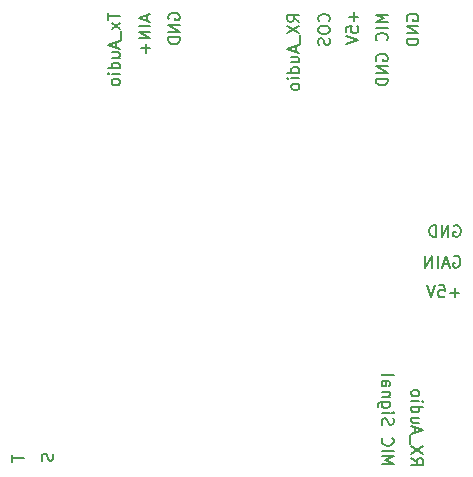
<source format=gbo>
%TF.GenerationSoftware,KiCad,Pcbnew,(6.0.1)*%
%TF.CreationDate,2023-06-09T19:02:12+03:00*%
%TF.ProjectId,Radioless Allstar Node,52616469-6f6c-4657-9373-20416c6c7374,rev?*%
%TF.SameCoordinates,PX5f5e100PY5f5e100*%
%TF.FileFunction,Legend,Bot*%
%TF.FilePolarity,Positive*%
%FSLAX46Y46*%
G04 Gerber Fmt 4.6, Leading zero omitted, Abs format (unit mm)*
G04 Created by KiCad (PCBNEW (6.0.1)) date 2023-06-09 19:02:12*
%MOMM*%
%LPD*%
G01*
G04 APERTURE LIST*
%ADD10C,0.150000*%
G04 APERTURE END LIST*
D10*
X20566666Y43919048D02*
X20566666Y43442858D01*
X20852380Y44014286D02*
X19852380Y43680953D01*
X20852380Y43347620D01*
X20852380Y43014286D02*
X19852380Y43014286D01*
X20852380Y42538096D02*
X19852380Y42538096D01*
X20852380Y41966667D01*
X19852380Y41966667D01*
X20471428Y41490477D02*
X20471428Y40728572D01*
X20852380Y41109524D02*
X20090476Y41109524D01*
X33452380Y43371429D02*
X32976190Y43704762D01*
X33452380Y43942858D02*
X32452380Y43942858D01*
X32452380Y43561905D01*
X32500000Y43466667D01*
X32547619Y43419048D01*
X32642857Y43371429D01*
X32785714Y43371429D01*
X32880952Y43419048D01*
X32928571Y43466667D01*
X32976190Y43561905D01*
X32976190Y43942858D01*
X32452380Y43038096D02*
X33452380Y42371429D01*
X32452380Y42371429D02*
X33452380Y43038096D01*
X33547619Y42228572D02*
X33547619Y41466667D01*
X33166666Y41276191D02*
X33166666Y40800000D01*
X33452380Y41371429D02*
X32452380Y41038096D01*
X33452380Y40704762D01*
X32785714Y39942858D02*
X33452380Y39942858D01*
X32785714Y40371429D02*
X33309523Y40371429D01*
X33404761Y40323810D01*
X33452380Y40228572D01*
X33452380Y40085715D01*
X33404761Y39990477D01*
X33357142Y39942858D01*
X33452380Y39038096D02*
X32452380Y39038096D01*
X33404761Y39038096D02*
X33452380Y39133334D01*
X33452380Y39323810D01*
X33404761Y39419048D01*
X33357142Y39466667D01*
X33261904Y39514286D01*
X32976190Y39514286D01*
X32880952Y39466667D01*
X32833333Y39419048D01*
X32785714Y39323810D01*
X32785714Y39133334D01*
X32833333Y39038096D01*
X33452380Y38561905D02*
X32785714Y38561905D01*
X32452380Y38561905D02*
X32500000Y38609524D01*
X32547619Y38561905D01*
X32500000Y38514286D01*
X32452380Y38561905D01*
X32547619Y38561905D01*
X33452380Y37942858D02*
X33404761Y38038096D01*
X33357142Y38085715D01*
X33261904Y38133334D01*
X32976190Y38133334D01*
X32880952Y38085715D01*
X32833333Y38038096D01*
X32785714Y37942858D01*
X32785714Y37800000D01*
X32833333Y37704762D01*
X32880952Y37657143D01*
X32976190Y37609524D01*
X33261904Y37609524D01*
X33357142Y37657143D01*
X33404761Y37704762D01*
X33452380Y37800000D01*
X33452380Y37942858D01*
X17252380Y44095239D02*
X17252380Y43523810D01*
X18252380Y43809524D02*
X17252380Y43809524D01*
X18252380Y43285715D02*
X17585714Y42761905D01*
X17585714Y43285715D02*
X18252380Y42761905D01*
X18347619Y42619048D02*
X18347619Y41857143D01*
X17966666Y41666667D02*
X17966666Y41190477D01*
X18252380Y41761905D02*
X17252380Y41428572D01*
X18252380Y41095239D01*
X17585714Y40333334D02*
X18252380Y40333334D01*
X17585714Y40761905D02*
X18109523Y40761905D01*
X18204761Y40714286D01*
X18252380Y40619048D01*
X18252380Y40476191D01*
X18204761Y40380953D01*
X18157142Y40333334D01*
X18252380Y39428572D02*
X17252380Y39428572D01*
X18204761Y39428572D02*
X18252380Y39523810D01*
X18252380Y39714286D01*
X18204761Y39809524D01*
X18157142Y39857143D01*
X18061904Y39904762D01*
X17776190Y39904762D01*
X17680952Y39857143D01*
X17633333Y39809524D01*
X17585714Y39714286D01*
X17585714Y39523810D01*
X17633333Y39428572D01*
X18252380Y38952381D02*
X17585714Y38952381D01*
X17252380Y38952381D02*
X17300000Y39000000D01*
X17347619Y38952381D01*
X17300000Y38904762D01*
X17252380Y38952381D01*
X17347619Y38952381D01*
X18252380Y38333334D02*
X18204761Y38428572D01*
X18157142Y38476191D01*
X18061904Y38523810D01*
X17776190Y38523810D01*
X17680952Y38476191D01*
X17633333Y38428572D01*
X17585714Y38333334D01*
X17585714Y38190477D01*
X17633333Y38095239D01*
X17680952Y38047620D01*
X17776190Y38000000D01*
X18061904Y38000000D01*
X18157142Y38047620D01*
X18204761Y38095239D01*
X18252380Y38190477D01*
X18252380Y38333334D01*
X9152380Y6685715D02*
X9152380Y6114286D01*
X10152380Y6400000D02*
X9152380Y6400000D01*
X42947619Y6428572D02*
X43423809Y6095239D01*
X42947619Y5857143D02*
X43947619Y5857143D01*
X43947619Y6238096D01*
X43900000Y6333334D01*
X43852380Y6380953D01*
X43757142Y6428572D01*
X43614285Y6428572D01*
X43519047Y6380953D01*
X43471428Y6333334D01*
X43423809Y6238096D01*
X43423809Y5857143D01*
X43947619Y6761905D02*
X42947619Y7428572D01*
X43947619Y7428572D02*
X42947619Y6761905D01*
X42852380Y7571429D02*
X42852380Y8333334D01*
X43233333Y8523810D02*
X43233333Y9000000D01*
X42947619Y8428572D02*
X43947619Y8761905D01*
X42947619Y9095239D01*
X43614285Y9857143D02*
X42947619Y9857143D01*
X43614285Y9428572D02*
X43090476Y9428572D01*
X42995238Y9476191D01*
X42947619Y9571429D01*
X42947619Y9714286D01*
X42995238Y9809524D01*
X43042857Y9857143D01*
X42947619Y10761905D02*
X43947619Y10761905D01*
X42995238Y10761905D02*
X42947619Y10666667D01*
X42947619Y10476191D01*
X42995238Y10380953D01*
X43042857Y10333334D01*
X43138095Y10285715D01*
X43423809Y10285715D01*
X43519047Y10333334D01*
X43566666Y10380953D01*
X43614285Y10476191D01*
X43614285Y10666667D01*
X43566666Y10761905D01*
X42947619Y11238096D02*
X43614285Y11238096D01*
X43947619Y11238096D02*
X43900000Y11190477D01*
X43852380Y11238096D01*
X43900000Y11285715D01*
X43947619Y11238096D01*
X43852380Y11238096D01*
X42947619Y11857143D02*
X42995238Y11761905D01*
X43042857Y11714286D01*
X43138095Y11666667D01*
X43423809Y11666667D01*
X43519047Y11714286D01*
X43566666Y11761905D01*
X43614285Y11857143D01*
X43614285Y12000000D01*
X43566666Y12095239D01*
X43519047Y12142858D01*
X43423809Y12190477D01*
X43138095Y12190477D01*
X43042857Y12142858D01*
X42995238Y12095239D01*
X42947619Y12000000D01*
X42947619Y11857143D01*
X40952380Y43976191D02*
X39952380Y43976191D01*
X40666666Y43642858D01*
X39952380Y43309524D01*
X40952380Y43309524D01*
X40952380Y42833334D02*
X39952380Y42833334D01*
X40857142Y41785715D02*
X40904761Y41833334D01*
X40952380Y41976191D01*
X40952380Y42071429D01*
X40904761Y42214286D01*
X40809523Y42309524D01*
X40714285Y42357143D01*
X40523809Y42404762D01*
X40380952Y42404762D01*
X40190476Y42357143D01*
X40095238Y42309524D01*
X40000000Y42214286D01*
X39952380Y42071429D01*
X39952380Y41976191D01*
X40000000Y41833334D01*
X40047619Y41785715D01*
X40000000Y40071429D02*
X39952380Y40166667D01*
X39952380Y40309524D01*
X40000000Y40452381D01*
X40095238Y40547620D01*
X40190476Y40595239D01*
X40380952Y40642858D01*
X40523809Y40642858D01*
X40714285Y40595239D01*
X40809523Y40547620D01*
X40904761Y40452381D01*
X40952380Y40309524D01*
X40952380Y40214286D01*
X40904761Y40071429D01*
X40857142Y40023810D01*
X40523809Y40023810D01*
X40523809Y40214286D01*
X40952380Y39595239D02*
X39952380Y39595239D01*
X40952380Y39023810D01*
X39952380Y39023810D01*
X40952380Y38547620D02*
X39952380Y38547620D01*
X39952380Y38309524D01*
X40000000Y38166667D01*
X40095238Y38071429D01*
X40190476Y38023810D01*
X40380952Y37976191D01*
X40523809Y37976191D01*
X40714285Y38023810D01*
X40809523Y38071429D01*
X40904761Y38166667D01*
X40952380Y38309524D01*
X40952380Y38547620D01*
X35957142Y43390477D02*
X36004761Y43438096D01*
X36052380Y43580953D01*
X36052380Y43676191D01*
X36004761Y43819048D01*
X35909523Y43914286D01*
X35814285Y43961905D01*
X35623809Y44009524D01*
X35480952Y44009524D01*
X35290476Y43961905D01*
X35195238Y43914286D01*
X35100000Y43819048D01*
X35052380Y43676191D01*
X35052380Y43580953D01*
X35100000Y43438096D01*
X35147619Y43390477D01*
X35052380Y42771429D02*
X35052380Y42580953D01*
X35100000Y42485715D01*
X35195238Y42390477D01*
X35385714Y42342858D01*
X35719047Y42342858D01*
X35909523Y42390477D01*
X36004761Y42485715D01*
X36052380Y42580953D01*
X36052380Y42771429D01*
X36004761Y42866667D01*
X35909523Y42961905D01*
X35719047Y43009524D01*
X35385714Y43009524D01*
X35195238Y42961905D01*
X35100000Y42866667D01*
X35052380Y42771429D01*
X36004761Y41961905D02*
X36052380Y41819048D01*
X36052380Y41580953D01*
X36004761Y41485715D01*
X35957142Y41438096D01*
X35861904Y41390477D01*
X35766666Y41390477D01*
X35671428Y41438096D01*
X35623809Y41485715D01*
X35576190Y41580953D01*
X35528571Y41771429D01*
X35480952Y41866667D01*
X35433333Y41914286D01*
X35338095Y41961905D01*
X35242857Y41961905D01*
X35147619Y41914286D01*
X35100000Y41866667D01*
X35052380Y41771429D01*
X35052380Y41533334D01*
X35100000Y41390477D01*
X46561904Y26100000D02*
X46657142Y26147620D01*
X46800000Y26147620D01*
X46942857Y26100000D01*
X47038095Y26004762D01*
X47085714Y25909524D01*
X47133333Y25719048D01*
X47133333Y25576191D01*
X47085714Y25385715D01*
X47038095Y25290477D01*
X46942857Y25195239D01*
X46800000Y25147620D01*
X46704761Y25147620D01*
X46561904Y25195239D01*
X46514285Y25242858D01*
X46514285Y25576191D01*
X46704761Y25576191D01*
X46085714Y25147620D02*
X46085714Y26147620D01*
X45514285Y25147620D01*
X45514285Y26147620D01*
X45038095Y25147620D02*
X45038095Y26147620D01*
X44800000Y26147620D01*
X44657142Y26100000D01*
X44561904Y26004762D01*
X44514285Y25909524D01*
X44466666Y25719048D01*
X44466666Y25576191D01*
X44514285Y25385715D01*
X44561904Y25290477D01*
X44657142Y25195239D01*
X44800000Y25147620D01*
X45038095Y25147620D01*
X42600000Y43461905D02*
X42552380Y43557143D01*
X42552380Y43700000D01*
X42600000Y43842858D01*
X42695238Y43938096D01*
X42790476Y43985715D01*
X42980952Y44033334D01*
X43123809Y44033334D01*
X43314285Y43985715D01*
X43409523Y43938096D01*
X43504761Y43842858D01*
X43552380Y43700000D01*
X43552380Y43604762D01*
X43504761Y43461905D01*
X43457142Y43414286D01*
X43123809Y43414286D01*
X43123809Y43604762D01*
X43552380Y42985715D02*
X42552380Y42985715D01*
X43552380Y42414286D01*
X42552380Y42414286D01*
X43552380Y41938096D02*
X42552380Y41938096D01*
X42552380Y41700000D01*
X42600000Y41557143D01*
X42695238Y41461905D01*
X42790476Y41414286D01*
X42980952Y41366667D01*
X43123809Y41366667D01*
X43314285Y41414286D01*
X43409523Y41461905D01*
X43504761Y41557143D01*
X43552380Y41700000D01*
X43552380Y41938096D01*
X38071428Y44185715D02*
X38071428Y43423810D01*
X38452380Y43804762D02*
X37690476Y43804762D01*
X37452380Y42471429D02*
X37452380Y42947620D01*
X37928571Y42995239D01*
X37880952Y42947620D01*
X37833333Y42852381D01*
X37833333Y42614286D01*
X37880952Y42519048D01*
X37928571Y42471429D01*
X38023809Y42423810D01*
X38261904Y42423810D01*
X38357142Y42471429D01*
X38404761Y42519048D01*
X38452380Y42614286D01*
X38452380Y42852381D01*
X38404761Y42947620D01*
X38357142Y42995239D01*
X37452380Y42138096D02*
X38452380Y41804762D01*
X37452380Y41471429D01*
X40447619Y5914286D02*
X41447619Y5914286D01*
X40733333Y6247620D01*
X41447619Y6580953D01*
X40447619Y6580953D01*
X40447619Y7057143D02*
X41447619Y7057143D01*
X40542857Y8104762D02*
X40495238Y8057143D01*
X40447619Y7914286D01*
X40447619Y7819048D01*
X40495238Y7676191D01*
X40590476Y7580953D01*
X40685714Y7533334D01*
X40876190Y7485715D01*
X41019047Y7485715D01*
X41209523Y7533334D01*
X41304761Y7580953D01*
X41400000Y7676191D01*
X41447619Y7819048D01*
X41447619Y7914286D01*
X41400000Y8057143D01*
X41352380Y8104762D01*
X40495238Y9247620D02*
X40447619Y9390477D01*
X40447619Y9628572D01*
X40495238Y9723810D01*
X40542857Y9771429D01*
X40638095Y9819048D01*
X40733333Y9819048D01*
X40828571Y9771429D01*
X40876190Y9723810D01*
X40923809Y9628572D01*
X40971428Y9438096D01*
X41019047Y9342858D01*
X41066666Y9295239D01*
X41161904Y9247620D01*
X41257142Y9247620D01*
X41352380Y9295239D01*
X41400000Y9342858D01*
X41447619Y9438096D01*
X41447619Y9676191D01*
X41400000Y9819048D01*
X40447619Y10247620D02*
X41114285Y10247620D01*
X41447619Y10247620D02*
X41400000Y10200000D01*
X41352380Y10247620D01*
X41400000Y10295239D01*
X41447619Y10247620D01*
X41352380Y10247620D01*
X41114285Y11152381D02*
X40304761Y11152381D01*
X40209523Y11104762D01*
X40161904Y11057143D01*
X40114285Y10961905D01*
X40114285Y10819048D01*
X40161904Y10723810D01*
X40495238Y11152381D02*
X40447619Y11057143D01*
X40447619Y10866667D01*
X40495238Y10771429D01*
X40542857Y10723810D01*
X40638095Y10676191D01*
X40923809Y10676191D01*
X41019047Y10723810D01*
X41066666Y10771429D01*
X41114285Y10866667D01*
X41114285Y11057143D01*
X41066666Y11152381D01*
X41114285Y11628572D02*
X40447619Y11628572D01*
X41019047Y11628572D02*
X41066666Y11676191D01*
X41114285Y11771429D01*
X41114285Y11914286D01*
X41066666Y12009524D01*
X40971428Y12057143D01*
X40447619Y12057143D01*
X40447619Y12961905D02*
X40971428Y12961905D01*
X41066666Y12914286D01*
X41114285Y12819048D01*
X41114285Y12628572D01*
X41066666Y12533334D01*
X40495238Y12961905D02*
X40447619Y12866667D01*
X40447619Y12628572D01*
X40495238Y12533334D01*
X40590476Y12485715D01*
X40685714Y12485715D01*
X40780952Y12533334D01*
X40828571Y12628572D01*
X40828571Y12866667D01*
X40876190Y12961905D01*
X40447619Y13580953D02*
X40495238Y13485715D01*
X40590476Y13438096D01*
X41447619Y13438096D01*
X46985714Y20428572D02*
X46223809Y20428572D01*
X46604761Y20047620D02*
X46604761Y20809524D01*
X45271428Y21047620D02*
X45747619Y21047620D01*
X45795238Y20571429D01*
X45747619Y20619048D01*
X45652380Y20666667D01*
X45414285Y20666667D01*
X45319047Y20619048D01*
X45271428Y20571429D01*
X45223809Y20476191D01*
X45223809Y20238096D01*
X45271428Y20142858D01*
X45319047Y20095239D01*
X45414285Y20047620D01*
X45652380Y20047620D01*
X45747619Y20095239D01*
X45795238Y20142858D01*
X44938095Y21047620D02*
X44604761Y20047620D01*
X44271428Y21047620D01*
X12604761Y6785715D02*
X12652380Y6642858D01*
X12652380Y6404762D01*
X12604761Y6309524D01*
X12557142Y6261905D01*
X12461904Y6214286D01*
X12366666Y6214286D01*
X12271428Y6261905D01*
X12223809Y6309524D01*
X12176190Y6404762D01*
X12128571Y6595239D01*
X12080952Y6690477D01*
X12033333Y6738096D01*
X11938095Y6785715D01*
X11842857Y6785715D01*
X11747619Y6738096D01*
X11700000Y6690477D01*
X11652380Y6595239D01*
X11652380Y6357143D01*
X11700000Y6214286D01*
X46528571Y23500000D02*
X46623809Y23547620D01*
X46766666Y23547620D01*
X46909523Y23500000D01*
X47004761Y23404762D01*
X47052380Y23309524D01*
X47100000Y23119048D01*
X47100000Y22976191D01*
X47052380Y22785715D01*
X47004761Y22690477D01*
X46909523Y22595239D01*
X46766666Y22547620D01*
X46671428Y22547620D01*
X46528571Y22595239D01*
X46480952Y22642858D01*
X46480952Y22976191D01*
X46671428Y22976191D01*
X46100000Y22833334D02*
X45623809Y22833334D01*
X46195238Y22547620D02*
X45861904Y23547620D01*
X45528571Y22547620D01*
X45195238Y22547620D02*
X45195238Y23547620D01*
X44719047Y22547620D02*
X44719047Y23547620D01*
X44147619Y22547620D01*
X44147619Y23547620D01*
X22400000Y43561905D02*
X22352380Y43657143D01*
X22352380Y43800000D01*
X22400000Y43942858D01*
X22495238Y44038096D01*
X22590476Y44085715D01*
X22780952Y44133334D01*
X22923809Y44133334D01*
X23114285Y44085715D01*
X23209523Y44038096D01*
X23304761Y43942858D01*
X23352380Y43800000D01*
X23352380Y43704762D01*
X23304761Y43561905D01*
X23257142Y43514286D01*
X22923809Y43514286D01*
X22923809Y43704762D01*
X23352380Y43085715D02*
X22352380Y43085715D01*
X23352380Y42514286D01*
X22352380Y42514286D01*
X23352380Y42038096D02*
X22352380Y42038096D01*
X22352380Y41800000D01*
X22400000Y41657143D01*
X22495238Y41561905D01*
X22590476Y41514286D01*
X22780952Y41466667D01*
X22923809Y41466667D01*
X23114285Y41514286D01*
X23209523Y41561905D01*
X23304761Y41657143D01*
X23352380Y41800000D01*
X23352380Y42038096D01*
M02*

</source>
